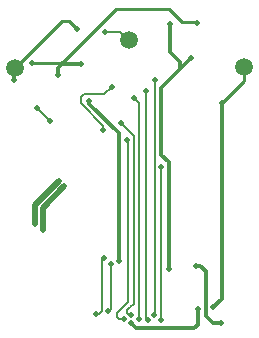
<source format=gbl>
G04 #@! TF.GenerationSoftware,KiCad,Pcbnew,6.0.8-f2edbf62ab~116~ubuntu20.04.1*
G04 #@! TF.CreationDate,2022-10-27T16:24:36+02:00*
G04 #@! TF.ProjectId,S3-44-to-33-FPC,53332d34-342d-4746-9f2d-33332d465043,1.0*
G04 #@! TF.SameCoordinates,Original*
G04 #@! TF.FileFunction,Copper,L2,Bot*
G04 #@! TF.FilePolarity,Positive*
%FSLAX46Y46*%
G04 Gerber Fmt 4.6, Leading zero omitted, Abs format (unit mm)*
G04 Created by KiCad (PCBNEW 6.0.8-f2edbf62ab~116~ubuntu20.04.1) date 2022-10-27 16:24:36*
%MOMM*%
%LPD*%
G01*
G04 APERTURE LIST*
G04 #@! TA.AperFunction,SMDPad,CuDef*
%ADD10C,1.500000*%
G04 #@! TD*
G04 #@! TA.AperFunction,ViaPad*
%ADD11C,0.500000*%
G04 #@! TD*
G04 #@! TA.AperFunction,Conductor*
%ADD12C,0.300000*%
G04 #@! TD*
G04 #@! TA.AperFunction,Conductor*
%ADD13C,0.500000*%
G04 #@! TD*
G04 #@! TA.AperFunction,Conductor*
%ADD14C,0.250000*%
G04 #@! TD*
G04 #@! TA.AperFunction,Conductor*
%ADD15C,0.200000*%
G04 #@! TD*
G04 APERTURE END LIST*
D10*
X103800000Y-96300000D03*
X123175000Y-96200000D03*
X113425000Y-93950000D03*
D11*
X119225000Y-92500000D03*
X119250000Y-116750000D03*
X107400000Y-96900000D03*
X106150000Y-110050000D03*
X109400000Y-95950000D03*
X113650000Y-117950000D03*
X105450000Y-109500000D03*
X107500000Y-105850000D03*
X105250000Y-95925000D03*
X107950000Y-106350000D03*
X111900000Y-112900000D03*
X105650000Y-99700000D03*
X111700000Y-116900000D03*
X106800000Y-100850000D03*
X116800000Y-113300000D03*
X116887500Y-92587500D03*
X118700000Y-95450000D03*
X110650000Y-117150000D03*
X111300000Y-112450000D03*
X103700000Y-97350000D03*
X109050000Y-93025000D03*
X112600000Y-112700000D03*
X110100000Y-99100000D03*
X113300000Y-102450000D03*
X111425000Y-93250000D03*
X113000000Y-117600000D03*
X112000000Y-97900000D03*
X111250000Y-101550000D03*
X112750000Y-100950000D03*
X113650000Y-117250000D03*
X113850000Y-98850000D03*
X114300000Y-117600000D03*
X115050000Y-117700000D03*
X114850000Y-98250000D03*
X115650000Y-97300000D03*
X115600000Y-117250000D03*
X116200000Y-104700000D03*
X116200000Y-117700000D03*
X120600000Y-116600000D03*
X121300000Y-99300000D03*
X119150000Y-113050000D03*
X121250000Y-117950000D03*
D12*
X109400000Y-95950000D02*
X107775000Y-95950000D01*
X107400000Y-96325000D02*
X107775000Y-95950000D01*
D13*
X105450000Y-107900000D02*
X107500000Y-105850000D01*
D12*
X119250000Y-118050000D02*
X118950000Y-118350000D01*
X107400000Y-96900000D02*
X107400000Y-96325000D01*
X107775000Y-95950000D02*
X107750000Y-95925000D01*
X114050000Y-118350000D02*
X113650000Y-117950000D01*
D14*
X112350000Y-91325000D02*
X116825000Y-91325000D01*
D13*
X106150000Y-110050000D02*
X106150000Y-108150000D01*
D14*
X116825000Y-91325000D02*
X117900000Y-92400000D01*
D12*
X118950000Y-118350000D02*
X114050000Y-118350000D01*
D14*
X105250000Y-95925000D02*
X107750000Y-95925000D01*
X119125000Y-92400000D02*
X119225000Y-92500000D01*
D13*
X105450000Y-109500000D02*
X105450000Y-107900000D01*
D14*
X117900000Y-92400000D02*
X119125000Y-92400000D01*
D13*
X106150000Y-108150000D02*
X107950000Y-106350000D01*
D12*
X119250000Y-116750000D02*
X119250000Y-118050000D01*
D14*
X107750000Y-95925000D02*
X112350000Y-91325000D01*
D15*
X111900000Y-116700000D02*
X111700000Y-116900000D01*
X105650000Y-99700000D02*
X106800000Y-100850000D01*
X111900000Y-112900000D02*
X111900000Y-116700000D01*
D12*
X117750000Y-95850000D02*
X116887500Y-94987500D01*
X118700000Y-95500000D02*
X118700000Y-95450000D01*
X117750000Y-95850000D02*
X117750000Y-96450000D01*
X117750000Y-96450000D02*
X118700000Y-95500000D01*
X116150000Y-98050000D02*
X116150000Y-103650000D01*
X116150000Y-103650000D02*
X116800000Y-104300000D01*
X116887500Y-94987500D02*
X116887500Y-92587500D01*
X116800000Y-104300000D02*
X116800000Y-113300000D01*
X117750000Y-96450000D02*
X116150000Y-98050000D01*
D15*
X110900000Y-117150000D02*
X111150000Y-116900000D01*
X111150000Y-112600000D02*
X111300000Y-112450000D01*
X111150000Y-116900000D02*
X111150000Y-112600000D01*
X110650000Y-117150000D02*
X110900000Y-117150000D01*
D14*
X103800000Y-96300000D02*
X107750000Y-92350000D01*
X108375000Y-92350000D02*
X109050000Y-93025000D01*
D12*
X103700000Y-97350000D02*
X103700000Y-96400000D01*
D14*
X107750000Y-92350000D02*
X108375000Y-92350000D01*
D12*
X103700000Y-96400000D02*
X103800000Y-96300000D01*
X110100000Y-99350000D02*
X110100000Y-99100000D01*
X112600000Y-101850000D02*
X110100000Y-99350000D01*
X112600000Y-101850000D02*
X112600000Y-112700000D01*
D15*
X113350000Y-116100000D02*
X113350000Y-102500000D01*
X112400000Y-117400000D02*
X112400000Y-117050000D01*
X111425000Y-93250000D02*
X112725000Y-93250000D01*
X112725000Y-93250000D02*
X113425000Y-93950000D01*
X112600000Y-117600000D02*
X112400000Y-117400000D01*
X112400000Y-117050000D02*
X113350000Y-116100000D01*
X113350000Y-102500000D02*
X113300000Y-102450000D01*
X113000000Y-117600000D02*
X112600000Y-117600000D01*
X111350000Y-98550000D02*
X112000000Y-97900000D01*
X109350000Y-99300000D02*
X111250000Y-101200000D01*
X109600000Y-98550000D02*
X110350000Y-98550000D01*
X110350000Y-98550000D02*
X111350000Y-98550000D01*
X111250000Y-101200000D02*
X111250000Y-101550000D01*
X109350000Y-98800000D02*
X109600000Y-98550000D01*
X109350000Y-99300000D02*
X109350000Y-98800000D01*
X113850000Y-102050000D02*
X112750000Y-100950000D01*
X113650000Y-117250000D02*
X113500000Y-117250000D01*
X113300000Y-117050000D02*
X113300000Y-116850000D01*
X113550000Y-116600000D02*
X113850000Y-116300000D01*
X113500000Y-117250000D02*
X113300000Y-117050000D01*
X113850000Y-116300000D02*
X113850000Y-102050000D01*
X113300000Y-116850000D02*
X113550000Y-116600000D01*
X114300000Y-99300000D02*
X113850000Y-98850000D01*
X114300000Y-117600000D02*
X114300000Y-99300000D01*
X114850000Y-98250000D02*
X114850000Y-117500000D01*
X114850000Y-117500000D02*
X115050000Y-117700000D01*
X115650000Y-117200000D02*
X115600000Y-117250000D01*
X115650000Y-97300000D02*
X115650000Y-117200000D01*
X116200000Y-104700000D02*
X116200000Y-117700000D01*
D12*
X121300000Y-99300000D02*
X121300000Y-115900000D01*
X121300000Y-115900000D02*
X120600000Y-116600000D01*
D14*
X123175000Y-96200000D02*
X123175000Y-97425000D01*
X123175000Y-97425000D02*
X121300000Y-99300000D01*
D12*
X119950000Y-113500000D02*
X119500000Y-113050000D01*
X120550000Y-117950000D02*
X119950000Y-117350000D01*
X119950000Y-117350000D02*
X119950000Y-113500000D01*
X121250000Y-117950000D02*
X120550000Y-117950000D01*
X119500000Y-113050000D02*
X119150000Y-113050000D01*
M02*

</source>
